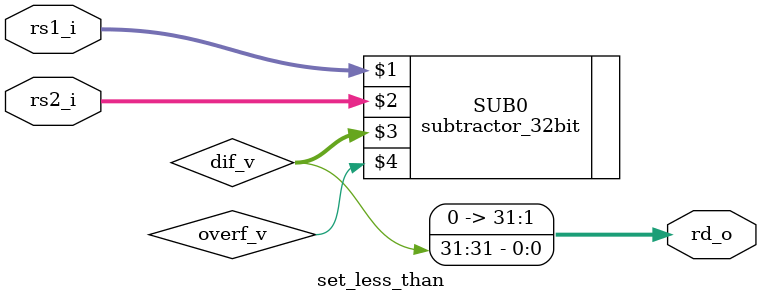
<source format=sv>
module set_less_than(
	input logic [31:0] rs1_i, rs2_i,
	output logic [31:0] rd_o
	);
	
	logic [31:0] dif_v;
	logic overf_v; // overflow of the result from subtractor
	//logic ans_v; // answer of operation
	subtractor_32bit SUB0(rs1_i, rs2_i, dif_v, overf_v);
	assign rd_o = {{31{1'b0}}, dif_v[31]};
	
	
endmodule

//module mux2to1_1(
//	input logic a_i, b_i,
//	input logic se_i,
//	output logic result_o
//	);
//	
//	assign result_o = (a_i & (~se_i)) | (b_i & se_i);
//	
//endmodule

</source>
